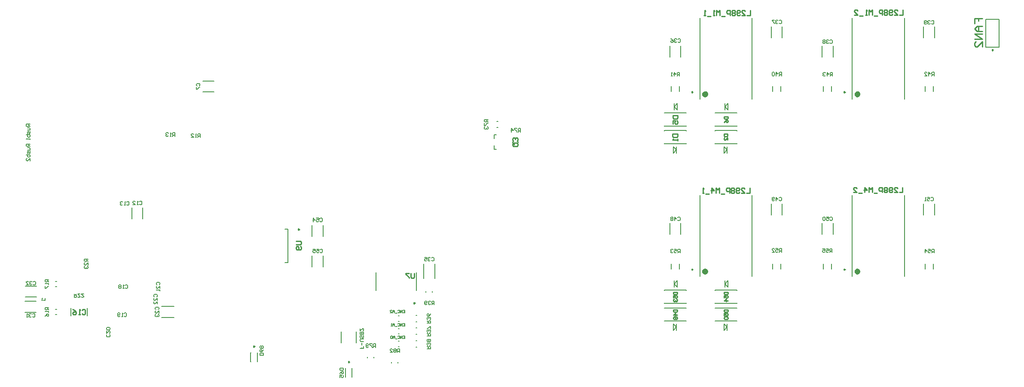
<source format=gbo>
G04*
G04 #@! TF.GenerationSoftware,Altium Limited,Altium Designer,21.3.2 (30)*
G04*
G04 Layer_Color=32896*
%FSLAX25Y25*%
%MOIN*%
G70*
G04*
G04 #@! TF.SameCoordinates,B38D24C8-20F9-4C12-AD3A-4427D22FBD9A*
G04*
G04*
G04 #@! TF.FilePolarity,Positive*
G04*
G01*
G75*
%ADD10C,0.00984*%
%ADD11C,0.02362*%
%ADD12C,0.00787*%
%ADD14C,0.01000*%
%ADD16C,0.00500*%
D10*
X643504Y249547D02*
X642766Y249973D01*
Y249121D01*
X643504Y249547D01*
X525394Y111752D02*
X524655Y112178D01*
Y111326D01*
X525394Y111752D01*
X758366Y282283D02*
X757628Y282710D01*
Y281857D01*
X758366Y282283D01*
X643504Y111752D02*
X642766Y112178D01*
Y111326D01*
X643504Y111752D01*
X525394Y249547D02*
X524655Y249973D01*
Y249121D01*
X525394Y249547D01*
X185487Y51951D02*
X184749Y52377D01*
Y51525D01*
X185487Y51951D01*
X309842Y85630D02*
X309104Y86056D01*
Y85204D01*
X309842Y85630D01*
X220177Y142835D02*
X219439Y143261D01*
Y142408D01*
X220177Y142835D01*
X258912Y39865D02*
X258174Y40291D01*
Y39438D01*
X258912Y39865D01*
D11*
X654134Y248031D02*
X653689Y248955D01*
X652690Y249183D01*
X651889Y248544D01*
Y247519D01*
X652690Y246880D01*
X653689Y247108D01*
X654134Y248031D01*
X536024Y110236D02*
X535579Y111160D01*
X534580Y111388D01*
X533778Y110749D01*
Y109724D01*
X534580Y109085D01*
X535579Y109313D01*
X536024Y110236D01*
X654134D02*
X653689Y111160D01*
X652690Y111388D01*
X651889Y110749D01*
Y109724D01*
X652690Y109085D01*
X653689Y109313D01*
X654134Y110236D01*
X536024Y248031D02*
X535579Y248955D01*
X534580Y249183D01*
X533778Y248544D01*
Y247519D01*
X534580Y246880D01*
X535579Y247108D01*
X536024Y248031D01*
D12*
X689567Y244094D02*
Y307087D01*
X649016Y244094D02*
Y307087D01*
X571457Y106299D02*
Y169291D01*
X530905Y106299D02*
Y169291D01*
X763130Y284528D02*
Y306024D01*
X752618D02*
X763130D01*
X752618Y284528D02*
Y306024D01*
Y284528D02*
X763130D01*
X625689Y138917D02*
Y147579D01*
X634154Y138917D02*
Y147579D01*
X507579Y138917D02*
Y147579D01*
X516043Y138917D02*
Y147579D01*
X625689Y276713D02*
Y285374D01*
X634154Y276713D02*
Y285374D01*
X507579Y276772D02*
Y285433D01*
X516043Y276772D02*
Y285433D01*
X712894Y291713D02*
Y300374D01*
X704429Y291713D02*
Y300374D01*
X626772Y250000D02*
Y253937D01*
X633071Y250000D02*
Y253937D01*
X705512Y250000D02*
Y253937D01*
X711811Y250000D02*
Y253937D01*
X587402Y250000D02*
Y253937D01*
X593701Y250000D02*
Y253937D01*
X508661Y250000D02*
Y253937D01*
X514961Y250000D02*
Y253937D01*
X594783Y291732D02*
Y300394D01*
X586319Y291732D02*
Y300394D01*
X552788Y235705D02*
Y240705D01*
X550288Y238205D02*
X552788Y235705D01*
X550288Y238205D02*
X552788Y240705D01*
X550288Y235705D02*
Y240705D01*
X542717Y233268D02*
Y233472D01*
Y223220D02*
Y223425D01*
Y233474D02*
X559646D01*
X542717Y223218D02*
X559646D01*
Y233268D02*
Y233472D01*
Y223220D02*
Y223425D01*
X549575Y202209D02*
Y207209D01*
X552074Y204709D01*
X549575Y202209D02*
X552074Y204709D01*
Y202209D02*
Y207209D01*
X559646Y209441D02*
Y209646D01*
Y219488D02*
Y219693D01*
X542717Y209439D02*
X559646D01*
X542717Y219695D02*
X559646D01*
X542717Y209441D02*
Y209646D01*
Y219488D02*
Y219693D01*
X513418Y235705D02*
Y240705D01*
X510918Y238205D02*
X513418Y235705D01*
X510918Y238205D02*
X513418Y240705D01*
X510918Y235705D02*
Y240705D01*
X503346Y233268D02*
Y233472D01*
Y223220D02*
Y223425D01*
Y233474D02*
X520276D01*
X503346Y223218D02*
X520276D01*
Y233268D02*
Y233472D01*
Y223220D02*
Y223425D01*
X510204Y202209D02*
Y207209D01*
X512704Y204709D01*
X510204Y202209D02*
X512704Y204709D01*
Y202209D02*
Y207209D01*
X520276Y209441D02*
Y209646D01*
Y219488D02*
Y219693D01*
X503346Y209439D02*
X520276D01*
X503346Y219695D02*
X520276D01*
X503346Y209441D02*
Y209646D01*
Y219488D02*
Y219693D01*
X552788Y97909D02*
Y102909D01*
X550288Y100409D02*
X552788Y97909D01*
X550288Y100409D02*
X552788Y102909D01*
X550288Y97909D02*
Y102909D01*
X542717Y95472D02*
Y95677D01*
Y85425D02*
Y85630D01*
Y95679D02*
X559646D01*
X542717Y85423D02*
X559646D01*
Y95472D02*
Y95677D01*
Y85425D02*
Y85630D01*
X549575Y64413D02*
Y69413D01*
X552074Y66913D01*
X549575Y64413D02*
X552074Y66913D01*
Y64413D02*
Y69413D01*
X559646Y71646D02*
Y71850D01*
Y81693D02*
Y81898D01*
X542717Y71644D02*
X559646D01*
X542717Y81900D02*
X559646D01*
X542717Y71646D02*
Y71850D01*
Y81693D02*
Y81898D01*
X513418Y97909D02*
Y102910D01*
X510918Y100409D02*
X513418Y97909D01*
X510918Y100409D02*
X513418Y102910D01*
X510918Y97909D02*
Y102910D01*
X503346Y95473D02*
Y95677D01*
Y85425D02*
Y85630D01*
Y95679D02*
X520276D01*
X503346Y85423D02*
X520276D01*
Y95473D02*
Y95677D01*
Y85425D02*
Y85630D01*
X510204Y64413D02*
Y69413D01*
X512704Y66913D01*
X510204Y64413D02*
X512704Y66913D01*
Y64413D02*
Y69413D01*
X520276Y71646D02*
Y71850D01*
Y81693D02*
Y81898D01*
X503346Y71644D02*
X520276D01*
X503346Y81900D02*
X520276D01*
X503346Y71646D02*
Y71850D01*
Y81693D02*
Y81898D01*
X705512Y112205D02*
Y116142D01*
X711811Y112205D02*
Y116142D01*
X626772Y112205D02*
Y116142D01*
X633071Y112205D02*
Y116142D01*
X593701Y112205D02*
Y116142D01*
X587402Y112205D02*
Y116142D01*
X514961Y112205D02*
Y116142D01*
X508662Y112205D02*
Y116142D01*
X586319Y153917D02*
Y162579D01*
X594783Y153917D02*
Y162579D01*
X712894Y153917D02*
Y162579D01*
X704429Y153917D02*
Y162579D01*
X689567Y106299D02*
Y169291D01*
X649016Y106299D02*
Y169291D01*
X571457Y244094D02*
Y307087D01*
X530905Y244094D02*
Y307087D01*
X278051Y42913D02*
Y43701D01*
X273130Y42913D02*
Y43701D01*
X296555Y38976D02*
Y39764D01*
X291634Y38976D02*
Y39764D01*
X182382Y40039D02*
Y47126D01*
X187579Y40039D02*
X187697D01*
X182382D02*
X182500D01*
X187697D02*
Y47126D01*
X187579D02*
X187697D01*
X182382D02*
X182500D01*
X310630Y51476D02*
X311417D01*
X310630Y56398D02*
X311417D01*
X296850Y61713D02*
X297638D01*
X296850Y65847D02*
X297638D01*
X296850Y51870D02*
X297638D01*
X296850Y56004D02*
X297638D01*
X310630Y61319D02*
X311417D01*
X310630Y66240D02*
X311417D01*
X296850Y71555D02*
X297638D01*
X296850Y75689D02*
X297638D01*
X310630Y71161D02*
X311417D01*
X310630Y76083D02*
X311417D01*
X323327Y94095D02*
Y94882D01*
X318406Y94095D02*
Y94882D01*
X325213Y104900D02*
Y116153D01*
X316519Y104900D02*
Y116153D01*
X310827Y95374D02*
Y109350D01*
X279724Y95374D02*
Y109350D01*
X385531Y210433D02*
Y211221D01*
X390059Y210433D02*
Y211221D01*
X373425Y221949D02*
X374213D01*
X373425Y226870D02*
X374213D01*
X371365Y216339D02*
X373028D01*
X371365Y204921D02*
Y207920D01*
Y213340D02*
Y216339D01*
Y204921D02*
X373028D01*
X230020Y113779D02*
Y122441D01*
X238484Y113779D02*
Y122441D01*
Y137402D02*
Y146063D01*
X230020Y137402D02*
Y146063D01*
X209055Y142913D02*
X211221D01*
X209055Y116929D02*
X211221D01*
Y142913D01*
X7283Y86910D02*
X15945D01*
X7283Y78445D02*
X15945D01*
X7480Y98721D02*
X16142D01*
X7480Y90256D02*
X16142D01*
X113362Y82972D02*
X122859D01*
X113362Y74508D02*
X122859D01*
X42913Y75787D02*
Y81693D01*
X55512Y75787D02*
Y81693D01*
X31102Y102461D02*
X31890D01*
X31102Y98327D02*
X31890D01*
X31102Y80807D02*
X31890D01*
X31102Y76673D02*
X31890D01*
X145276Y249705D02*
X153937D01*
X145255Y258200D02*
X153916D01*
X98721Y151181D02*
Y159843D01*
X90256Y151181D02*
Y159843D01*
X264252Y54744D02*
Y63366D01*
X252677Y54744D02*
Y63366D01*
X255807Y27953D02*
Y35039D01*
X261004Y27953D02*
X261122D01*
X255807D02*
X255925D01*
X261122D02*
Y35039D01*
X261004D02*
X261122D01*
X255807D02*
X255925D01*
D14*
X688183Y313319D02*
Y309384D01*
X685559D01*
X681623D02*
X684247D01*
X681623Y312007D01*
Y312664D01*
X682279Y313319D01*
X683591D01*
X684247Y312664D01*
X680311Y310040D02*
X679656Y309384D01*
X678344D01*
X677688Y310040D01*
Y312664D01*
X678344Y313319D01*
X679656D01*
X680311Y312664D01*
Y312007D01*
X679656Y311352D01*
X677688D01*
X676376Y312664D02*
X675720Y313319D01*
X674408D01*
X673752Y312664D01*
Y312007D01*
X674408Y311352D01*
X673752Y310696D01*
Y310040D01*
X674408Y309384D01*
X675720D01*
X676376Y310040D01*
Y310696D01*
X675720Y311352D01*
X676376Y312007D01*
Y312664D01*
X675720Y311352D02*
X674408D01*
X672440Y309384D02*
Y313319D01*
X670472D01*
X669816Y312664D01*
Y311352D01*
X670472Y310696D01*
X672440D01*
X668504Y308728D02*
X665880D01*
X664569Y309384D02*
Y313319D01*
X663257Y312007D01*
X661945Y313319D01*
Y309384D01*
X660633D02*
X659321D01*
X659977D01*
Y313319D01*
X660633Y312664D01*
X657353Y308728D02*
X654729D01*
X650793Y309384D02*
X653417D01*
X650793Y312007D01*
Y312664D01*
X651449Y313319D01*
X652761D01*
X653417Y312664D01*
X569548Y174934D02*
Y170998D01*
X566924D01*
X562988D02*
X565612D01*
X562988Y173622D01*
Y174278D01*
X563644Y174934D01*
X564956D01*
X565612Y174278D01*
X561676Y171654D02*
X561020Y170998D01*
X559708D01*
X559053Y171654D01*
Y174278D01*
X559708Y174934D01*
X561020D01*
X561676Y174278D01*
Y173622D01*
X561020Y172966D01*
X559053D01*
X557741Y174278D02*
X557085Y174934D01*
X555773D01*
X555117Y174278D01*
Y173622D01*
X555773Y172966D01*
X555117Y172310D01*
Y171654D01*
X555773Y170998D01*
X557085D01*
X557741Y171654D01*
Y172310D01*
X557085Y172966D01*
X557741Y173622D01*
Y174278D01*
X557085Y172966D02*
X555773D01*
X553805Y170998D02*
Y174934D01*
X551837D01*
X551181Y174278D01*
Y172966D01*
X551837Y172310D01*
X553805D01*
X549869Y170342D02*
X547245D01*
X545933Y170998D02*
Y174934D01*
X544622Y173622D01*
X543310Y174934D01*
Y170998D01*
X540030D02*
Y174934D01*
X541998Y172966D01*
X539374D01*
X538062Y170342D02*
X535438D01*
X534126Y170998D02*
X532814D01*
X533470D01*
Y174934D01*
X534126Y174278D01*
X688117Y175524D02*
Y171589D01*
X685493D01*
X681558D02*
X684181D01*
X681558Y174212D01*
Y174868D01*
X682214Y175524D01*
X683526D01*
X684181Y174868D01*
X680246Y172244D02*
X679590Y171589D01*
X678278D01*
X677622Y172244D01*
Y174868D01*
X678278Y175524D01*
X679590D01*
X680246Y174868D01*
Y174212D01*
X679590Y173556D01*
X677622D01*
X676310Y174868D02*
X675654Y175524D01*
X674342D01*
X673686Y174868D01*
Y174212D01*
X674342Y173556D01*
X673686Y172900D01*
Y172244D01*
X674342Y171589D01*
X675654D01*
X676310Y172244D01*
Y172900D01*
X675654Y173556D01*
X676310Y174212D01*
Y174868D01*
X675654Y173556D02*
X674342D01*
X672374Y171589D02*
Y175524D01*
X670406D01*
X669750Y174868D01*
Y173556D01*
X670406Y172900D01*
X672374D01*
X668438Y170932D02*
X665815D01*
X664503Y171589D02*
Y175524D01*
X663191Y174212D01*
X661879Y175524D01*
Y171589D01*
X658599D02*
Y175524D01*
X660567Y173556D01*
X657943D01*
X656631Y170932D02*
X654007D01*
X650072Y171589D02*
X652696D01*
X650072Y174212D01*
Y174868D01*
X650728Y175524D01*
X652040D01*
X652696Y174868D01*
X570007Y312926D02*
Y308990D01*
X567383D01*
X563448D02*
X566072D01*
X563448Y311614D01*
Y312270D01*
X564104Y312926D01*
X565416D01*
X566072Y312270D01*
X562136Y309646D02*
X561480Y308990D01*
X560168D01*
X559512Y309646D01*
Y312270D01*
X560168Y312926D01*
X561480D01*
X562136Y312270D01*
Y311614D01*
X561480Y310958D01*
X559512D01*
X558200Y312270D02*
X557544Y312926D01*
X556232D01*
X555576Y312270D01*
Y311614D01*
X556232Y310958D01*
X555576Y310302D01*
Y309646D01*
X556232Y308990D01*
X557544D01*
X558200Y309646D01*
Y310302D01*
X557544Y310958D01*
X558200Y311614D01*
Y312270D01*
X557544Y310958D02*
X556232D01*
X554264Y308990D02*
Y312926D01*
X552296D01*
X551641Y312270D01*
Y310958D01*
X552296Y310302D01*
X554264D01*
X550329Y308334D02*
X547705D01*
X546393Y308990D02*
Y312926D01*
X545081Y311614D01*
X543769Y312926D01*
Y308990D01*
X542457D02*
X541145D01*
X541801D01*
Y312926D01*
X542457Y312270D01*
X539177Y308334D02*
X536553D01*
X535242Y308990D02*
X533930D01*
X534586D01*
Y312926D01*
X535242Y312270D01*
X217717Y133674D02*
X220997D01*
X221653Y133018D01*
Y131706D01*
X220997Y131050D01*
X217717D01*
X220997Y129738D02*
X221653Y129082D01*
Y127770D01*
X220997Y127114D01*
X218373D01*
X217717Y127770D01*
Y129082D01*
X218373Y129738D01*
X219029D01*
X219685Y129082D01*
Y127114D01*
X309185Y108858D02*
Y105578D01*
X308529Y104922D01*
X307217D01*
X306561Y105578D01*
Y108858D01*
X305250D02*
X302626D01*
Y108202D01*
X305250Y105578D01*
Y104922D01*
X386195Y209974D02*
X388819D01*
X389475Y209318D01*
Y208006D01*
X388819Y207350D01*
X386195D01*
X385539Y208006D01*
Y209318D01*
X386851Y208662D02*
X385539Y209974D01*
Y209318D02*
X386195Y209974D01*
X388819Y211286D02*
X389475Y211942D01*
Y213254D01*
X388819Y213910D01*
X388163D01*
X387507Y213254D01*
Y212598D01*
Y213254D01*
X386851Y213910D01*
X386195D01*
X385539Y213254D01*
Y211942D01*
X386195Y211286D01*
X743851Y302667D02*
Y306666D01*
X746850D01*
Y304666D01*
Y306666D01*
X749849D01*
Y300668D02*
X745851D01*
X743851Y298668D01*
X745851Y296669D01*
X749849D01*
X746850D01*
Y300668D01*
X749849Y294670D02*
X743851D01*
X749849Y290671D01*
X743851D01*
X749849Y284673D02*
Y288671D01*
X745851Y284673D01*
X744851D01*
X743851Y285672D01*
Y287672D01*
X744851Y288671D01*
X549804Y94225D02*
X552559D01*
Y92847D01*
X552099Y92388D01*
X550263D01*
X549804Y92847D01*
Y94225D01*
Y89633D02*
Y91470D01*
X551181D01*
X550722Y90551D01*
Y90092D01*
X551181Y89633D01*
X552099D01*
X552559Y90092D01*
Y91010D01*
X552099Y91470D01*
X552559Y87337D02*
X549804D01*
X551181Y88714D01*
Y86878D01*
X510433Y94225D02*
X513189D01*
Y92847D01*
X512729Y92388D01*
X510893D01*
X510433Y92847D01*
Y94225D01*
Y89633D02*
Y91470D01*
X511811D01*
X511352Y90551D01*
Y90092D01*
X511811Y89633D01*
X512729D01*
X513189Y90092D01*
Y91010D01*
X512729Y91470D01*
X510893Y88714D02*
X510433Y88255D01*
Y87337D01*
X510893Y86878D01*
X511352D01*
X511811Y87337D01*
Y87796D01*
Y87337D01*
X512270Y86878D01*
X512729D01*
X513189Y87337D01*
Y88255D01*
X512729Y88714D01*
X549804Y80445D02*
X552559D01*
Y79067D01*
X552099Y78608D01*
X550263D01*
X549804Y79067D01*
Y80445D01*
Y75853D02*
Y77690D01*
X551181D01*
X550722Y76772D01*
Y76313D01*
X551181Y75853D01*
X552099D01*
X552559Y76313D01*
Y77231D01*
X552099Y77690D01*
X550263Y74935D02*
X549804Y74476D01*
Y73558D01*
X550263Y73098D01*
X552099D01*
X552559Y73558D01*
Y74476D01*
X552099Y74935D01*
X550263D01*
X510433Y80445D02*
X513189D01*
Y79067D01*
X512729Y78608D01*
X510893D01*
X510433Y79067D01*
Y80445D01*
X513189Y76313D02*
X510433D01*
X511811Y77690D01*
Y75853D01*
X512729Y74935D02*
X513189Y74476D01*
Y73558D01*
X512729Y73098D01*
X510893D01*
X510433Y73558D01*
Y74476D01*
X510893Y74935D01*
X511352D01*
X511811Y74476D01*
Y73098D01*
X549803Y230563D02*
X552559D01*
Y229186D01*
X552099Y228727D01*
X550263D01*
X549803Y229186D01*
Y230563D01*
Y225972D02*
X550263Y226890D01*
X551181Y227808D01*
X552099D01*
X552559Y227349D01*
Y226431D01*
X552099Y225972D01*
X551640D01*
X551181Y226431D01*
Y227808D01*
X509843Y231429D02*
X513779D01*
Y229462D01*
X513123Y228806D01*
X510499D01*
X509843Y229462D01*
Y231429D01*
Y224870D02*
Y227494D01*
X511811D01*
X511155Y226182D01*
Y225526D01*
X511811Y224870D01*
X513123D01*
X513779Y225526D01*
Y226838D01*
X513123Y227494D01*
X549607Y216922D02*
X552362D01*
Y215544D01*
X551903Y215085D01*
X550066D01*
X549607Y215544D01*
Y216922D01*
X552362Y212330D02*
Y214167D01*
X550525Y212330D01*
X550066D01*
X549607Y212789D01*
Y213708D01*
X550066Y214167D01*
X509646Y216974D02*
X513582D01*
Y215006D01*
X512926Y214350D01*
X510302D01*
X509646Y215006D01*
Y216974D01*
X513582Y213038D02*
Y211727D01*
Y212383D01*
X509646D01*
X510302Y213038D01*
X51508Y80052D02*
X52164Y80708D01*
X53476D01*
X54132Y80052D01*
Y77428D01*
X53476Y76772D01*
X52164D01*
X51508Y77428D01*
X50196Y76772D02*
X48885D01*
X49541D01*
Y80708D01*
X50196Y80052D01*
X44293Y80708D02*
X45605Y80052D01*
X46917Y78740D01*
Y77428D01*
X46261Y76772D01*
X44949D01*
X44293Y77428D01*
Y78084D01*
X44949Y78740D01*
X46917D01*
D16*
X633398Y125001D02*
Y127755D01*
X632020D01*
X631561Y127296D01*
Y126378D01*
X632020Y125919D01*
X633398D01*
X632479D02*
X631561Y125001D01*
X628806Y127755D02*
X630643D01*
Y126378D01*
X629724Y126837D01*
X629265D01*
X628806Y126378D01*
Y125460D01*
X629265Y125001D01*
X630184D01*
X630643Y125460D01*
X626051Y127755D02*
X627888D01*
Y126378D01*
X626969Y126837D01*
X626510D01*
X626051Y126378D01*
Y125460D01*
X626510Y125001D01*
X627429D01*
X627888Y125460D01*
X712532Y124607D02*
Y127362D01*
X711154D01*
X710695Y126903D01*
Y125984D01*
X711154Y125525D01*
X712532D01*
X711613D02*
X710695Y124607D01*
X707940Y127362D02*
X709777D01*
Y125984D01*
X708858Y126443D01*
X708399D01*
X707940Y125984D01*
Y125066D01*
X708399Y124607D01*
X709317D01*
X709777Y125066D01*
X705644Y124607D02*
Y127362D01*
X707022Y125984D01*
X705185D01*
X633791Y262008D02*
Y264763D01*
X632414D01*
X631955Y264304D01*
Y263386D01*
X632414Y262927D01*
X633791D01*
X632873D02*
X631955Y262008D01*
X629659D02*
Y264763D01*
X631036Y263386D01*
X629200D01*
X628281Y264304D02*
X627822Y264763D01*
X626904D01*
X626445Y264304D01*
Y263845D01*
X626904Y263386D01*
X627363D01*
X626904D01*
X626445Y262927D01*
Y262468D01*
X626904Y262008D01*
X627822D01*
X628281Y262468D01*
X712532Y262205D02*
Y264960D01*
X711154D01*
X710695Y264501D01*
Y263583D01*
X711154Y263123D01*
X712532D01*
X711613D02*
X710695Y262205D01*
X708399D02*
Y264960D01*
X709777Y263583D01*
X707940D01*
X705185Y262205D02*
X707022D01*
X705185Y264042D01*
Y264501D01*
X705644Y264960D01*
X706562D01*
X707022Y264501D01*
X710039Y167237D02*
X710498Y167696D01*
X711416D01*
X711876Y167237D01*
Y165401D01*
X711416Y164941D01*
X710498D01*
X710039Y165401D01*
X707284Y167696D02*
X709121D01*
Y166319D01*
X708202Y166778D01*
X707743D01*
X707284Y166319D01*
Y165401D01*
X707743Y164941D01*
X708662D01*
X709121Y165401D01*
X706366Y164941D02*
X705447D01*
X705906D01*
Y167696D01*
X706366Y167237D01*
X631758Y152099D02*
X632217Y152559D01*
X633136D01*
X633595Y152099D01*
Y150263D01*
X633136Y149804D01*
X632217D01*
X631758Y150263D01*
X629003Y152559D02*
X630840D01*
Y151181D01*
X629921Y151640D01*
X629462D01*
X629003Y151181D01*
Y150263D01*
X629462Y149804D01*
X630380D01*
X630840Y150263D01*
X628085Y152099D02*
X627625Y152559D01*
X626707D01*
X626248Y152099D01*
Y150263D01*
X626707Y149804D01*
X627625D01*
X628085Y150263D01*
Y152099D01*
X710498Y304639D02*
X710957Y305098D01*
X711876D01*
X712335Y304639D01*
Y302802D01*
X711876Y302343D01*
X710957D01*
X710498Y302802D01*
X709580Y304639D02*
X709121Y305098D01*
X708202D01*
X707743Y304639D01*
Y304180D01*
X708202Y303720D01*
X708661D01*
X708202D01*
X707743Y303261D01*
Y302802D01*
X708202Y302343D01*
X709121D01*
X709580Y302802D01*
X706825D02*
X706366Y302343D01*
X705447D01*
X704988Y302802D01*
Y304639D01*
X705447Y305098D01*
X706366D01*
X706825Y304639D01*
Y304180D01*
X706366Y303720D01*
X704988D01*
X631758Y289698D02*
X632217Y290157D01*
X633136D01*
X633595Y289698D01*
Y287861D01*
X633136Y287402D01*
X632217D01*
X631758Y287861D01*
X630840Y289698D02*
X630380Y290157D01*
X629462D01*
X629003Y289698D01*
Y289239D01*
X629462Y288779D01*
X629921D01*
X629462D01*
X629003Y288320D01*
Y287861D01*
X629462Y287402D01*
X630380D01*
X630840Y287861D01*
X628085Y289698D02*
X627625Y290157D01*
X626707D01*
X626248Y289698D01*
Y289239D01*
X626707Y288779D01*
X626248Y288320D01*
Y287861D01*
X626707Y287402D01*
X627625D01*
X628085Y287861D01*
Y288320D01*
X627625Y288779D01*
X628085Y289239D01*
Y289698D01*
X627625Y288779D02*
X626707D01*
X192322Y44949D02*
X189567D01*
Y46326D01*
X190026Y46785D01*
X191863D01*
X192322Y46326D01*
Y44949D01*
Y49540D02*
X191863Y48622D01*
X190945Y47704D01*
X190026D01*
X189567Y48163D01*
Y49081D01*
X190026Y49540D01*
X190486D01*
X190945Y49081D01*
Y47704D01*
X191863Y50459D02*
X192322Y50918D01*
Y51836D01*
X191863Y52295D01*
X191404D01*
X190945Y51836D01*
X190486Y52295D01*
X190026D01*
X189567Y51836D01*
Y50918D01*
X190026Y50459D01*
X190486D01*
X190945Y50918D01*
X191404Y50459D01*
X191863D01*
X190945Y50918D02*
Y51836D01*
X11220Y209086D02*
X8465D01*
Y207708D01*
X8924Y207249D01*
X9843D01*
X10302Y207708D01*
Y209086D01*
Y208168D02*
X11220Y207249D01*
X9383Y206331D02*
X10761D01*
X11220Y205872D01*
Y204494D01*
X9383D01*
X11220Y203576D02*
Y202198D01*
X10761Y201739D01*
X10302Y202198D01*
Y203117D01*
X9843Y203576D01*
X9383Y203117D01*
Y201739D01*
X8465Y200821D02*
X11220D01*
Y199443D01*
X10761Y198984D01*
X10302D01*
X9843D01*
X9383Y199443D01*
Y200821D01*
X11220Y196229D02*
Y198066D01*
X9383Y196229D01*
X8924D01*
X8465Y196688D01*
Y197607D01*
X8924Y198066D01*
X11220Y224571D02*
X8465D01*
Y223194D01*
X8924Y222735D01*
X9843D01*
X10302Y223194D01*
Y224571D01*
Y223653D02*
X11220Y222735D01*
X9383Y221816D02*
X10761D01*
X11220Y221357D01*
Y219980D01*
X9383D01*
X11220Y219061D02*
Y217684D01*
X10761Y217225D01*
X10302Y217684D01*
Y218602D01*
X9843Y219061D01*
X9383Y218602D01*
Y217225D01*
X8465Y216306D02*
X11220D01*
Y214929D01*
X10761Y214470D01*
X10302D01*
X9843D01*
X9383Y214929D01*
Y216306D01*
X11220Y213551D02*
Y212633D01*
Y213092D01*
X8465D01*
X8924Y213551D01*
X297965Y47245D02*
Y50000D01*
X296587D01*
X296128Y49540D01*
Y48622D01*
X296587Y48163D01*
X297965D01*
X297046D02*
X296128Y47245D01*
X295210Y49540D02*
X294750Y50000D01*
X293832D01*
X293373Y49540D01*
Y49081D01*
X293832Y48622D01*
X293373Y48163D01*
Y47704D01*
X293832Y47245D01*
X294750D01*
X295210Y47704D01*
Y48163D01*
X294750Y48622D01*
X295210Y49081D01*
Y49540D01*
X294750Y48622D02*
X293832D01*
X290618Y47245D02*
X292455D01*
X290618Y49081D01*
Y49540D01*
X291077Y50000D01*
X291996D01*
X292455Y49540D01*
X279264Y51182D02*
Y53937D01*
X277886D01*
X277427Y53477D01*
Y52559D01*
X277886Y52100D01*
X279264D01*
X278346D02*
X277427Y51182D01*
X276509Y53937D02*
X274672D01*
Y53477D01*
X276509Y51641D01*
Y51182D01*
X273754Y51641D02*
X273295Y51182D01*
X272376D01*
X271917Y51641D01*
Y53477D01*
X272376Y53937D01*
X273295D01*
X273754Y53477D01*
Y53018D01*
X273295Y52559D01*
X271917D01*
X391666Y218504D02*
Y221259D01*
X390288D01*
X389829Y220800D01*
Y219882D01*
X390288Y219423D01*
X391666D01*
X390747D02*
X389829Y218504D01*
X388911Y221259D02*
X387074D01*
Y220800D01*
X388911Y218964D01*
Y218504D01*
X384778D02*
Y221259D01*
X386156Y219882D01*
X384319D01*
X366535Y228083D02*
X363780D01*
Y226705D01*
X364239Y226246D01*
X365158D01*
X365617Y226705D01*
Y228083D01*
Y227165D02*
X366535Y226246D01*
X363780Y225328D02*
Y223491D01*
X364239D01*
X366076Y225328D01*
X366535D01*
X364239Y222573D02*
X363780Y222114D01*
Y221195D01*
X364239Y220736D01*
X364698D01*
X365158Y221195D01*
Y221654D01*
Y221195D01*
X365617Y220736D01*
X366076D01*
X366535Y221195D01*
Y222114D01*
X366076Y222573D01*
X515484Y124607D02*
Y127362D01*
X514107D01*
X513648Y126903D01*
Y125984D01*
X514107Y125525D01*
X515484D01*
X514566D02*
X513648Y124607D01*
X510893Y127362D02*
X512729D01*
Y125984D01*
X511811Y126443D01*
X511352D01*
X510893Y125984D01*
Y125066D01*
X511352Y124607D01*
X512270D01*
X512729Y125066D01*
X509974Y126903D02*
X509515Y127362D01*
X508597D01*
X508138Y126903D01*
Y126443D01*
X508597Y125984D01*
X509056D01*
X508597D01*
X508138Y125525D01*
Y125066D01*
X508597Y124607D01*
X509515D01*
X509974Y125066D01*
X594225Y125197D02*
Y127952D01*
X592847D01*
X592388Y127493D01*
Y126575D01*
X592847Y126116D01*
X594225D01*
X593306D02*
X592388Y125197D01*
X589633Y127952D02*
X591469D01*
Y126575D01*
X590551Y127034D01*
X590092D01*
X589633Y126575D01*
Y125656D01*
X590092Y125197D01*
X591010D01*
X591469Y125656D01*
X586878Y125197D02*
X588715D01*
X586878Y127034D01*
Y127493D01*
X587337Y127952D01*
X588255D01*
X588715Y127493D01*
X515025Y262008D02*
Y264763D01*
X513648D01*
X513189Y264304D01*
Y263386D01*
X513648Y262927D01*
X515025D01*
X514107D02*
X513189Y262008D01*
X510893D02*
Y264763D01*
X512270Y263386D01*
X510433D01*
X509515Y262008D02*
X508597D01*
X509056D01*
Y264763D01*
X509515Y264304D01*
X594225Y262205D02*
Y264960D01*
X592847D01*
X592388Y264501D01*
Y263583D01*
X592847Y263123D01*
X594225D01*
X593306D02*
X592388Y262205D01*
X590092D02*
Y264960D01*
X591469Y263583D01*
X589633D01*
X588715Y264501D02*
X588255Y264960D01*
X587337D01*
X586878Y264501D01*
Y262664D01*
X587337Y262205D01*
X588255D01*
X588715Y262664D01*
Y264501D01*
X324736Y84449D02*
Y87204D01*
X323359D01*
X322900Y86745D01*
Y85827D01*
X323359Y85368D01*
X324736D01*
X323818D02*
X322900Y84449D01*
X321981Y86745D02*
X321522Y87204D01*
X320604D01*
X320145Y86745D01*
Y86286D01*
X320604Y85827D01*
X321063D01*
X320604D01*
X320145Y85368D01*
Y84908D01*
X320604Y84449D01*
X321522D01*
X321981Y84908D01*
X319226D02*
X318767Y84449D01*
X317849D01*
X317390Y84908D01*
Y86745D01*
X317849Y87204D01*
X318767D01*
X319226Y86745D01*
Y86286D01*
X318767Y85827D01*
X317390D01*
X319292Y50067D02*
X322047D01*
Y51444D01*
X321588Y51903D01*
X320669D01*
X320210Y51444D01*
Y50067D01*
Y50985D02*
X319292Y51903D01*
X321588Y52822D02*
X322047Y53281D01*
Y54199D01*
X321588Y54659D01*
X321129D01*
X320669Y54199D01*
Y53740D01*
Y54199D01*
X320210Y54659D01*
X319751D01*
X319292Y54199D01*
Y53281D01*
X319751Y52822D01*
X321588Y55577D02*
X322047Y56036D01*
Y56954D01*
X321588Y57414D01*
X321129D01*
X320669Y56954D01*
X320210Y57414D01*
X319751D01*
X319292Y56954D01*
Y56036D01*
X319751Y55577D01*
X320210D01*
X320669Y56036D01*
X321129Y55577D01*
X321588D01*
X320669Y56036D02*
Y56954D01*
X319292Y60106D02*
X322047D01*
Y61484D01*
X321588Y61943D01*
X320669D01*
X320210Y61484D01*
Y60106D01*
Y61024D02*
X319292Y61943D01*
X321588Y62861D02*
X322047Y63320D01*
Y64239D01*
X321588Y64698D01*
X321129D01*
X320669Y64239D01*
Y63779D01*
Y64239D01*
X320210Y64698D01*
X319751D01*
X319292Y64239D01*
Y63320D01*
X319751Y62861D01*
X322047Y65616D02*
Y67453D01*
X321588D01*
X319751Y65616D01*
X319292D01*
Y69949D02*
X322047D01*
Y71326D01*
X321588Y71785D01*
X320669D01*
X320210Y71326D01*
Y69949D01*
Y70867D02*
X319292Y71785D01*
X321588Y72704D02*
X322047Y73163D01*
Y74081D01*
X321588Y74540D01*
X321129D01*
X320669Y74081D01*
Y73622D01*
Y74081D01*
X320210Y74540D01*
X319751D01*
X319292Y74081D01*
Y73163D01*
X319751Y72704D01*
X322047Y77295D02*
X321588Y76377D01*
X320669Y75459D01*
X319751D01*
X319292Y75918D01*
Y76836D01*
X319751Y77295D01*
X320210D01*
X320669Y76836D01*
Y75459D01*
X56200Y119815D02*
X53445D01*
Y118438D01*
X53904Y117978D01*
X54823D01*
X55282Y118438D01*
Y119815D01*
Y118897D02*
X56200Y117978D01*
Y115223D02*
Y117060D01*
X54364Y115223D01*
X53904D01*
X53445Y115683D01*
Y116601D01*
X53904Y117060D01*
Y114305D02*
X53445Y113846D01*
Y112927D01*
X53904Y112468D01*
X54364D01*
X54823Y112927D01*
Y113387D01*
Y112927D01*
X55282Y112468D01*
X55741D01*
X56200Y112927D01*
Y113846D01*
X55741Y114305D01*
X45539Y92716D02*
Y89961D01*
X46917D01*
X47376Y90420D01*
Y91339D01*
X46917Y91798D01*
X45539D01*
X46458D02*
X47376Y92716D01*
X50131D02*
X48294D01*
X50131Y90879D01*
Y90420D01*
X49672Y89961D01*
X48753D01*
X48294Y90420D01*
X52886Y92716D02*
X51049D01*
X52886Y90879D01*
Y90420D01*
X52427Y89961D01*
X51508D01*
X51049Y90420D01*
X25787Y103838D02*
X23032D01*
Y102460D01*
X23491Y102001D01*
X24409D01*
X24869Y102460D01*
Y103838D01*
Y102919D02*
X25787Y102001D01*
Y101082D02*
Y100164D01*
Y100623D01*
X23032D01*
X23491Y101082D01*
X23032Y98787D02*
Y96950D01*
X23491D01*
X25328Y98787D01*
X25787D01*
X25787Y82184D02*
X23032D01*
Y80806D01*
X23491Y80347D01*
X24409D01*
X24869Y80806D01*
Y82184D01*
Y81266D02*
X25787Y80347D01*
Y79429D02*
Y78511D01*
Y78970D01*
X23032D01*
X23491Y79429D01*
X23032Y75296D02*
X23491Y76215D01*
X24409Y77133D01*
X25328D01*
X25787Y76674D01*
Y75756D01*
X25328Y75296D01*
X24869D01*
X24409Y75756D01*
Y77133D01*
X123522Y215158D02*
Y217913D01*
X122145D01*
X121686Y217454D01*
Y216535D01*
X122145Y216076D01*
X123522D01*
X122604D02*
X121686Y215158D01*
X120767D02*
X119849D01*
X120308D01*
Y217913D01*
X120767Y217454D01*
X118472D02*
X118012Y217913D01*
X117094D01*
X116635Y217454D01*
Y216995D01*
X117094Y216535D01*
X117553D01*
X117094D01*
X116635Y216076D01*
Y215617D01*
X117094Y215158D01*
X118012D01*
X118472Y215617D01*
X143208Y214370D02*
Y217126D01*
X141830D01*
X141371Y216666D01*
Y215748D01*
X141830Y215289D01*
X143208D01*
X142289D02*
X141371Y214370D01*
X140453D02*
X139534D01*
X139993D01*
Y217126D01*
X140453Y216666D01*
X136320Y214370D02*
X138157D01*
X136320Y216207D01*
Y216666D01*
X136779Y217126D01*
X137698D01*
X138157Y216666D01*
X22965Y89567D02*
Y87599D01*
X21654D01*
X20998D02*
X20342D01*
X20670D01*
Y89567D01*
X20998Y89239D01*
X270078Y52102D02*
Y50265D01*
X268701D01*
Y51183D01*
Y50265D01*
X267323D01*
X268701Y53020D02*
Y54857D01*
X270078Y55775D02*
X267782D01*
X267323Y56234D01*
Y57152D01*
X267782Y57612D01*
X270078D01*
X269619Y60367D02*
X270078Y59908D01*
Y58989D01*
X269619Y58530D01*
X269160D01*
X268701Y58989D01*
Y59908D01*
X268242Y60367D01*
X267782D01*
X267323Y59908D01*
Y58989D01*
X267782Y58530D01*
X270078Y61285D02*
X267323D01*
Y62663D01*
X267782Y63122D01*
X268242D01*
X268701Y62663D01*
Y61285D01*
Y62663D01*
X269160Y63122D01*
X269619D01*
X270078Y62663D01*
Y61285D01*
X267323Y65877D02*
Y64040D01*
X269160Y65877D01*
X269619D01*
X270078Y65418D01*
Y64499D01*
X269619Y64040D01*
X300523Y80085D02*
X301835D01*
Y78117D01*
X300523D01*
X301835Y79101D02*
X301180D01*
X299868Y78117D02*
Y80085D01*
X298556Y78117D01*
Y80085D01*
X296588Y79757D02*
X296916Y80085D01*
X297572D01*
X297900Y79757D01*
Y78445D01*
X297572Y78117D01*
X296916D01*
X296588Y78445D01*
X295932Y77789D02*
X294620D01*
X293964Y78117D02*
Y79429D01*
X293308Y80085D01*
X292652Y79429D01*
Y78117D01*
Y79101D01*
X293964D01*
X290684Y78117D02*
X291996D01*
X290684Y79429D01*
Y79757D01*
X291012Y80085D01*
X291668D01*
X291996Y79757D01*
X300589Y69849D02*
X301901D01*
Y67881D01*
X300589D01*
X301901Y68865D02*
X301245D01*
X299933Y67881D02*
Y69849D01*
X298621Y67881D01*
Y69849D01*
X296654Y69521D02*
X296982Y69849D01*
X297638D01*
X297965Y69521D01*
Y68209D01*
X297638Y67881D01*
X296982D01*
X296654Y68209D01*
X295998Y67553D02*
X294686D01*
X294030Y67881D02*
Y69193D01*
X293374Y69849D01*
X292718Y69193D01*
Y67881D01*
Y68865D01*
X294030D01*
X292062Y67881D02*
X291406D01*
X291734D01*
Y69849D01*
X292062Y69521D01*
X300720Y60006D02*
X302032D01*
Y58038D01*
X300720D01*
X302032Y59022D02*
X301376D01*
X300064Y58038D02*
Y60006D01*
X298752Y58038D01*
Y60006D01*
X296785Y59678D02*
X297113Y60006D01*
X297769D01*
X298097Y59678D01*
Y58366D01*
X297769Y58038D01*
X297113D01*
X296785Y58366D01*
X296129Y57710D02*
X294817D01*
X294161Y58038D02*
Y59350D01*
X293505Y60006D01*
X292849Y59350D01*
Y58038D01*
Y59022D01*
X294161D01*
X292193Y59678D02*
X291865Y60006D01*
X291209D01*
X290881Y59678D01*
Y58366D01*
X291209Y58038D01*
X291865D01*
X292193Y58366D01*
Y59678D01*
X251575Y35169D02*
X254330D01*
Y33792D01*
X253871Y33333D01*
X252034D01*
X251575Y33792D01*
Y35169D01*
Y30578D02*
X252034Y31496D01*
X252953Y32414D01*
X253871D01*
X254330Y31955D01*
Y31037D01*
X253871Y30578D01*
X253412D01*
X252953Y31037D01*
Y32414D01*
X251575Y27823D02*
Y29659D01*
X252953D01*
X252494Y28741D01*
Y28282D01*
X252953Y27823D01*
X253871D01*
X254330Y28282D01*
Y29200D01*
X253871Y29659D01*
X236285Y127100D02*
X236745Y127559D01*
X237663D01*
X238122Y127100D01*
Y125263D01*
X237663Y124804D01*
X236745D01*
X236285Y125263D01*
X233530Y127559D02*
X235367D01*
Y126181D01*
X234449Y126640D01*
X233990D01*
X233530Y126181D01*
Y125263D01*
X233990Y124804D01*
X234908D01*
X235367Y125263D01*
X230775Y127559D02*
X232612D01*
Y126181D01*
X231694Y126640D01*
X231235D01*
X230775Y126181D01*
Y125263D01*
X231235Y124804D01*
X232153D01*
X232612Y125263D01*
X236091Y151118D02*
X236550Y151577D01*
X237469D01*
X237928Y151118D01*
Y149281D01*
X237469Y148822D01*
X236550D01*
X236091Y149281D01*
X233336Y151577D02*
X235173D01*
Y150199D01*
X234255Y150658D01*
X233795D01*
X233336Y150199D01*
Y149281D01*
X233795Y148822D01*
X234714D01*
X235173Y149281D01*
X231041Y148822D02*
Y151577D01*
X232418Y150199D01*
X230581D01*
X592388Y167434D02*
X592847Y167893D01*
X593765D01*
X594225Y167434D01*
Y165597D01*
X593765Y165138D01*
X592847D01*
X592388Y165597D01*
X590092Y165138D02*
Y167893D01*
X591469Y166516D01*
X589633D01*
X588715Y165597D02*
X588255Y165138D01*
X587337D01*
X586878Y165597D01*
Y167434D01*
X587337Y167893D01*
X588255D01*
X588715Y167434D01*
Y166975D01*
X588255Y166516D01*
X586878D01*
X513648Y151903D02*
X514107Y152362D01*
X515025D01*
X515484Y151903D01*
Y150066D01*
X515025Y149607D01*
X514107D01*
X513648Y150066D01*
X511352Y149607D02*
Y152362D01*
X512729Y150984D01*
X510893D01*
X509974Y151903D02*
X509515Y152362D01*
X508597D01*
X508138Y151903D01*
Y151443D01*
X508597Y150984D01*
X508138Y150525D01*
Y150066D01*
X508597Y149607D01*
X509515D01*
X509974Y150066D01*
Y150525D01*
X509515Y150984D01*
X509974Y151443D01*
Y151903D01*
X509515Y150984D02*
X508597D01*
X592388Y305052D02*
X592847Y305511D01*
X593765D01*
X594225Y305052D01*
Y303216D01*
X593765Y302756D01*
X592847D01*
X592388Y303216D01*
X591469Y305052D02*
X591010Y305511D01*
X590092D01*
X589633Y305052D01*
Y304593D01*
X590092Y304134D01*
X590551D01*
X590092D01*
X589633Y303675D01*
Y303216D01*
X590092Y302756D01*
X591010D01*
X591469Y303216D01*
X588715Y305511D02*
X586878D01*
Y305052D01*
X588715Y303216D01*
Y302756D01*
X513844Y290485D02*
X514304Y290944D01*
X515222D01*
X515681Y290485D01*
Y288649D01*
X515222Y288189D01*
X514304D01*
X513844Y288649D01*
X512926Y290485D02*
X512467Y290944D01*
X511549D01*
X511090Y290485D01*
Y290026D01*
X511549Y289567D01*
X512008D01*
X511549D01*
X511090Y289108D01*
Y288649D01*
X511549Y288189D01*
X512467D01*
X512926Y288649D01*
X508334Y290944D02*
X509253Y290485D01*
X510171Y289567D01*
Y288649D01*
X509712Y288189D01*
X508794D01*
X508334Y288649D01*
Y289108D01*
X508794Y289567D01*
X510171D01*
X322703Y120603D02*
X323162Y121063D01*
X324080D01*
X324539Y120603D01*
Y118767D01*
X324080Y118307D01*
X323162D01*
X322703Y118767D01*
X321784Y120603D02*
X321325Y121063D01*
X320407D01*
X319948Y120603D01*
Y120144D01*
X320407Y119685D01*
X320866D01*
X320407D01*
X319948Y119226D01*
Y118767D01*
X320407Y118307D01*
X321325D01*
X321784Y118767D01*
X317193Y121063D02*
X319029D01*
Y119685D01*
X318111Y120144D01*
X317652D01*
X317193Y119685D01*
Y118767D01*
X317652Y118307D01*
X318570D01*
X319029Y118767D01*
X13648Y102099D02*
X14107Y102559D01*
X15025D01*
X15484Y102099D01*
Y100263D01*
X15025Y99804D01*
X14107D01*
X13648Y100263D01*
X12729Y102099D02*
X12270Y102559D01*
X11352D01*
X10893Y102099D01*
Y101640D01*
X11352Y101181D01*
X11811D01*
X11352D01*
X10893Y100722D01*
Y100263D01*
X11352Y99804D01*
X12270D01*
X12729Y100263D01*
X8138Y99804D02*
X9974D01*
X8138Y101640D01*
Y102099D01*
X8597Y102559D01*
X9515D01*
X9974Y102099D01*
X13189Y76903D02*
X13648Y77362D01*
X14566D01*
X15025Y76903D01*
Y75066D01*
X14566Y74607D01*
X13648D01*
X13189Y75066D01*
X12270Y76903D02*
X11811Y77362D01*
X10893D01*
X10434Y76903D01*
Y76443D01*
X10893Y75984D01*
X11352D01*
X10893D01*
X10434Y75525D01*
Y75066D01*
X10893Y74607D01*
X11811D01*
X12270Y75066D01*
X9515Y74607D02*
X8597D01*
X9056D01*
Y77362D01*
X9515Y76903D01*
X108924Y80577D02*
X108465Y81036D01*
Y81954D01*
X108924Y82414D01*
X110761D01*
X111220Y81954D01*
Y81036D01*
X110761Y80577D01*
X111220Y77822D02*
Y79659D01*
X109383Y77822D01*
X108924D01*
X108465Y78281D01*
Y79199D01*
X108924Y79659D01*
Y76903D02*
X108465Y76444D01*
Y75526D01*
X108924Y75067D01*
X109383D01*
X109843Y75526D01*
Y75985D01*
Y75526D01*
X110302Y75067D01*
X110761D01*
X111220Y75526D01*
Y76444D01*
X110761Y76903D01*
X107743Y90419D02*
X107284Y90878D01*
Y91797D01*
X107743Y92256D01*
X109580D01*
X110039Y91797D01*
Y90878D01*
X109580Y90419D01*
X110039Y87664D02*
Y89501D01*
X108202Y87664D01*
X107743D01*
X107284Y88124D01*
Y89042D01*
X107743Y89501D01*
X110039Y84909D02*
Y86746D01*
X108202Y84909D01*
X107743D01*
X107284Y85369D01*
Y86287D01*
X107743Y86746D01*
X109712Y99803D02*
X109252Y100262D01*
Y101180D01*
X109712Y101639D01*
X111548D01*
X112007Y101180D01*
Y100262D01*
X111548Y99803D01*
X112007Y97048D02*
Y98884D01*
X110171Y97048D01*
X109712D01*
X109252Y97507D01*
Y98425D01*
X109712Y98884D01*
X112007Y96129D02*
Y95211D01*
Y95670D01*
X109252D01*
X109712Y96129D01*
X72966Y61155D02*
X73425Y60696D01*
Y59778D01*
X72966Y59319D01*
X71129D01*
X70670Y59778D01*
Y60696D01*
X71129Y61155D01*
X70670Y63911D02*
Y62074D01*
X72506Y63911D01*
X72966D01*
X73425Y63451D01*
Y62533D01*
X72966Y62074D01*
Y64829D02*
X73425Y65288D01*
Y66206D01*
X72966Y66666D01*
X71129D01*
X70670Y66206D01*
Y65288D01*
X71129Y64829D01*
X72966D01*
X84284Y77473D02*
X84743Y77933D01*
X85662D01*
X86121Y77473D01*
Y75637D01*
X85662Y75178D01*
X84743D01*
X84284Y75637D01*
X83366Y75178D02*
X82448D01*
X82907D01*
Y77933D01*
X83366Y77473D01*
X81070Y75637D02*
X80611Y75178D01*
X79693D01*
X79233Y75637D01*
Y77473D01*
X79693Y77933D01*
X80611D01*
X81070Y77473D01*
Y77014D01*
X80611Y76555D01*
X79233D01*
X85072Y99344D02*
X85531Y99803D01*
X86449D01*
X86908Y99344D01*
Y97507D01*
X86449Y97048D01*
X85531D01*
X85072Y97507D01*
X84153Y97048D02*
X83235D01*
X83694D01*
Y99803D01*
X84153Y99344D01*
X81858D02*
X81398Y99803D01*
X80480D01*
X80021Y99344D01*
Y98884D01*
X80480Y98425D01*
X80021Y97966D01*
Y97507D01*
X80480Y97048D01*
X81398D01*
X81858Y97507D01*
Y97966D01*
X81398Y98425D01*
X81858Y98884D01*
Y99344D01*
X81398Y98425D02*
X80480D01*
X86253Y163910D02*
X86712Y164370D01*
X87630D01*
X88089Y163910D01*
Y162074D01*
X87630Y161615D01*
X86712D01*
X86253Y162074D01*
X85334Y161615D02*
X84416D01*
X84875D01*
Y164370D01*
X85334Y163910D01*
X83039D02*
X82579Y164370D01*
X81661D01*
X81202Y163910D01*
Y163451D01*
X81661Y162992D01*
X82120D01*
X81661D01*
X81202Y162533D01*
Y162074D01*
X81661Y161615D01*
X82579D01*
X83039Y162074D01*
X96095Y164304D02*
X96554Y164763D01*
X97473D01*
X97932Y164304D01*
Y162468D01*
X97473Y162008D01*
X96554D01*
X96095Y162468D01*
X95177Y162008D02*
X94259D01*
X94718D01*
Y164763D01*
X95177Y164304D01*
X91044Y162008D02*
X92881D01*
X91044Y163845D01*
Y164304D01*
X91504Y164763D01*
X92422D01*
X92881Y164304D01*
X140814Y254396D02*
X140355Y254855D01*
Y255774D01*
X140814Y256233D01*
X142651D01*
X143110Y255774D01*
Y254855D01*
X142651Y254396D01*
X140355Y253478D02*
Y251641D01*
X140814D01*
X142651Y253478D01*
X143110D01*
M02*

</source>
